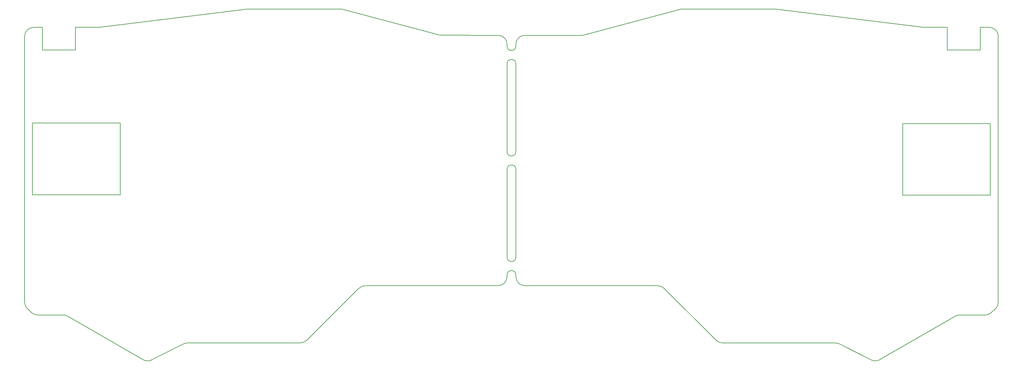
<source format=gbr>
%TF.GenerationSoftware,KiCad,Pcbnew,(5.99.0-8557-g8988e46ab1)*%
%TF.CreationDate,2021-02-27T10:01:51-07:00*%
%TF.ProjectId,SP56,53503536-2e6b-4696-9361-645f70636258,rev?*%
%TF.SameCoordinates,Original*%
%TF.FileFunction,Profile,NP*%
%FSLAX46Y46*%
G04 Gerber Fmt 4.6, Leading zero omitted, Abs format (unit mm)*
G04 Created by KiCad (PCBNEW (5.99.0-8557-g8988e46ab1)) date 2021-02-27 10:01:51*
%MOMM*%
%LPD*%
G01*
G04 APERTURE LIST*
%TA.AperFunction,Profile*%
%ADD10C,0.150000*%
%TD*%
G04 APERTURE END LIST*
D10*
X221085997Y-7534015D02*
G75*
G02*
X223175000Y-10000000I-410997J-2465985D01*
G01*
X88360524Y-82127087D02*
X88360524Y-7800000D01*
X225675000Y-69500000D02*
G75*
G02*
X223175000Y-69500000I-1250000J0D01*
G01*
X316090619Y-93766253D02*
G75*
G03*
X314967954Y-93499999I-1122665J-2233747D01*
G01*
X225675000Y-10500000D02*
G75*
G02*
X223175000Y-10500000I-1250000J0D01*
G01*
X348436216Y-86012177D02*
X327370689Y-98174364D01*
X346250000Y-11600000D02*
X355500000Y-11600000D01*
X355500000Y-11600000D02*
X355500000Y-5300000D01*
X123851975Y-98243048D02*
X132759381Y-93766252D01*
X223175000Y-74500000D02*
G75*
G02*
X225675000Y-74500000I1250000J0D01*
G01*
X132759381Y-93766253D02*
G75*
G02*
X133882046Y-93499999I1122665J-2233747D01*
G01*
X99163784Y-85677241D02*
G75*
G02*
X100413784Y-86012177I1J-2500000D01*
G01*
X349686216Y-85677241D02*
G75*
G03*
X348436216Y-86012177I-1J-2500000D01*
G01*
X223175000Y-69500000D02*
X223175000Y-45000000D01*
X359684849Y-83964398D02*
G75*
G03*
X360489476Y-82127087I-1695373J1837311D01*
G01*
X150587158Y-218672D02*
G75*
G02*
X150892133Y-200000I304975J-2481328D01*
G01*
X181765482Y-78226802D02*
G75*
G02*
X183527802Y-77500000I1762320J-1773198D01*
G01*
X223175000Y-10000000D02*
X223175000Y-10500000D01*
X355500000Y-5300000D02*
X357989476Y-5300000D01*
X244907123Y-7355881D02*
G75*
G02*
X244264003Y-7534015I-643120J1071867D01*
G01*
X93350000Y-11600000D02*
X93350000Y-5300000D01*
X360489476Y-82127087D02*
X360489476Y-7800000D01*
X324998025Y-98243048D02*
G75*
G03*
X327370689Y-98174364I1122664J2233747D01*
G01*
X298262842Y-218672D02*
G75*
G03*
X297957867Y-200000I-304975J-2481328D01*
G01*
X225675000Y-40000000D02*
G75*
G02*
X223175000Y-40000000I-1250000J0D01*
G01*
X102600000Y-5300000D02*
X102600000Y-11600000D01*
X225675000Y-10000000D02*
X225675000Y-10500000D01*
X281720706Y-92773197D02*
X267084518Y-78226802D01*
X324998025Y-98243048D02*
X316090619Y-93766252D01*
X100413784Y-86012177D02*
X121479311Y-98174364D01*
X356851401Y-85677241D02*
G75*
G03*
X358546774Y-85014552I0J2500000D01*
G01*
X360489476Y-7800000D02*
G75*
G03*
X357989476Y-5300000I-2500000J0D01*
G01*
X339453493Y-5281328D02*
G75*
G03*
X339758468Y-5300000I304975J2481328D01*
G01*
X225675000Y-75000000D02*
G75*
G03*
X228175000Y-77500000I2500000J0D01*
G01*
X223175000Y-15500000D02*
G75*
G02*
X225675000Y-15500000I1250000J0D01*
G01*
X281720706Y-92773197D02*
G75*
G03*
X283483025Y-93499999I1762319J1773198D01*
G01*
X115075000Y-32050000D02*
X90575000Y-32050000D01*
X90575000Y-32050000D02*
X90575000Y-52050000D01*
X90575000Y-52050000D02*
X115075000Y-52050000D01*
X115075000Y-52050000D02*
X115075000Y-32050000D01*
X91998599Y-85677241D02*
G75*
G02*
X90303226Y-85014552I0J2500000D01*
G01*
X109396507Y-5281328D02*
G75*
G02*
X109091532Y-5300000I-304975J2481328D01*
G01*
X225675000Y-75000000D02*
X225675000Y-74500000D01*
X221085997Y-7534015D02*
X204675000Y-7500000D01*
X339758468Y-5300000D02*
X346250000Y-5300000D01*
X227764003Y-7534015D02*
G75*
G03*
X225675000Y-10000000I410997J-2465985D01*
G01*
X176874996Y-200000D02*
G75*
G02*
X177285993Y-234015I0J-2500000D01*
G01*
X346250000Y-5300000D02*
X346250000Y-11600000D01*
X102600000Y-11600000D02*
X93350000Y-11600000D01*
X356851402Y-85677241D02*
X349686216Y-85677241D01*
X88360524Y-7800000D02*
G75*
G02*
X90860524Y-5300000I2500000J0D01*
G01*
X223175000Y-45000000D02*
G75*
G02*
X225675000Y-45000000I1250000J0D01*
G01*
X271975005Y-200000D02*
X297957867Y-199999D01*
X133882046Y-93499999D02*
X165366975Y-93499999D01*
X333775000Y-32200000D02*
X358275000Y-32200000D01*
X358275000Y-32200000D02*
X358275000Y-52200000D01*
X358275000Y-52200000D02*
X333775000Y-52200000D01*
X333775000Y-52200000D02*
X333775000Y-32200000D01*
X298262842Y-218671D02*
X339453493Y-5281329D01*
X89165151Y-83964397D02*
X90303226Y-85014551D01*
X227764003Y-7534015D02*
X244264003Y-7534015D01*
X223175000Y-40000000D02*
X223175000Y-15500000D01*
X225675000Y-40000000D02*
X225675000Y-15500000D01*
X109091532Y-5300000D02*
X102600000Y-5300000D01*
X167129294Y-92773197D02*
X181765482Y-78226802D01*
X167129294Y-92773197D02*
G75*
G02*
X165366975Y-93499999I-1762319J1773198D01*
G01*
X204380826Y-7470871D02*
G75*
G03*
X204675000Y-7500000I294174J1470871D01*
G01*
X244907123Y-7355881D02*
X271564007Y-234015D01*
X225675000Y-69500000D02*
X225675000Y-45000000D01*
X223175000Y-75000000D02*
X223175000Y-74500000D01*
X93350000Y-5300000D02*
X90860524Y-5300000D01*
X204380826Y-7470871D02*
X177285993Y-234016D01*
X314967954Y-93499999D02*
X283483025Y-93499999D01*
X359684849Y-83964397D02*
X358546774Y-85014551D01*
X271975004Y-200000D02*
G75*
G03*
X271564007Y-234015I0J-2500000D01*
G01*
X150587158Y-218671D02*
X109396507Y-5281329D01*
X123851975Y-98243048D02*
G75*
G02*
X121479311Y-98174364I-1122664J2233747D01*
G01*
X183527802Y-77500000D02*
X220675000Y-77500000D01*
X223175000Y-75000000D02*
G75*
G02*
X220675000Y-77500000I-2500000J0D01*
G01*
X267084518Y-78226802D02*
G75*
G03*
X265322198Y-77500000I-1762320J-1773198D01*
G01*
X265322198Y-77500000D02*
X228175000Y-77500000D01*
X91998598Y-85677241D02*
X99163784Y-85677241D01*
X176874995Y-200000D02*
X150892133Y-199999D01*
X89165151Y-83964398D02*
G75*
G02*
X88360524Y-82127087I1695373J1837311D01*
G01*
M02*

</source>
